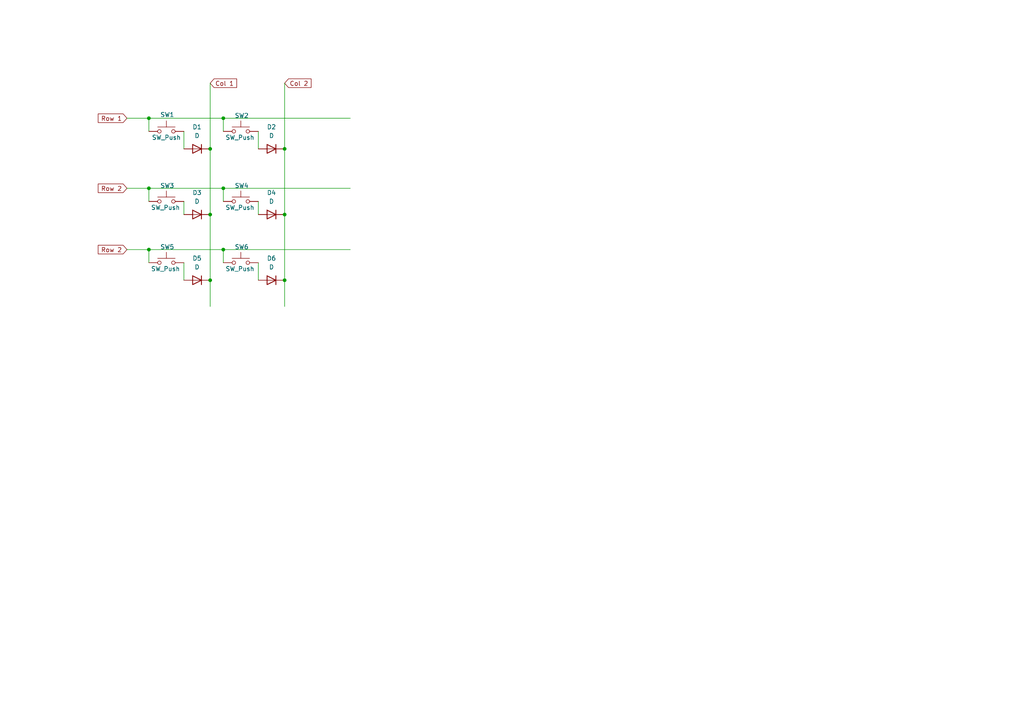
<source format=kicad_sch>
(kicad_sch (version 20250114) (generator "eeschema") (generator_version "9.0")
  (paper "A4")
  (lib_symbols
    (symbol "Device:D" (pin_numbers (hide yes)) (pin_names (offset 1.016) (hide yes))
      (property "Reference" "D" (at 0 2.54 0))
      (property "Value" "D" (at 0 -2.54 0))
      (symbol "D_0_1"
        (polyline (pts (xy -1.27 1.27) (xy -1.27 -1.27)) (stroke (width 0.254)))
        (polyline (pts (xy 1.27 1.27) (xy 1.27 -1.27) (xy -1.27 0) (xy 1.27 1.27)) (stroke (width 0.254)))
        (polyline (pts (xy 1.27 0) (xy -1.27 0)))
      )
      (symbol "D_1_1"
        (pin passive line (at -3.81 0 0) (length 2.54) (name "K") (number "1"))
        (pin passive line (at 3.81 0 180) (length 2.54) (name "A") (number "2"))
      )
    )
    (symbol "Switch:SW_Push" (pin_numbers (hide yes)) (pin_names (offset 1.016) (hide yes))
      (property "Reference" "SW" (at 1.27 2.54 0))
      (property "Value" "SW_Push" (at 0 -1.524 0))
      (symbol "SW_Push_0_1"
        (circle (center -2.032 0) (radius 0.508))
        (polyline (pts (xy 0 1.27) (xy 0 3.048)))
        (circle (center 2.032 0) (radius 0.508))
        (polyline (pts (xy 2.54 1.27) (xy -2.54 1.27)))
        (pin passive line (at -5.08 0 0) (length 2.54) (name "1") (number "1"))
        (pin passive line (at 5.08 0 180) (length 2.54) (name "2") (number "2"))
      )
    )
  )
  (junction (at 82.55 43.18))
  (junction (at 82.55 62.23))
  (junction (at 82.55 81.28))
  (junction (at 60.96 81.28))
  (junction (at 64.77 72.39))
  (junction (at 43.18 54.61))
  (junction (at 64.77 54.61))
  (junction (at 60.96 62.23))
  (junction (at 64.77 34.29))
  (junction (at 60.96 43.18))
  (junction (at 43.18 72.39))
  (junction (at 43.18 34.29))
  (wire (pts (xy 74.93 76.2) (xy 74.93 81.28)))
  (wire (pts (xy 64.77 72.39) (xy 64.77 76.2)))
  (wire (pts (xy 82.55 62.23) (xy 82.55 81.28)))
  (wire (pts (xy 60.96 43.18) (xy 60.96 62.23)))
  (wire (pts (xy 43.18 34.29) (xy 43.18 38.1)))
  (wire (pts (xy 36.83 54.61) (xy 43.18 54.61)))
  (wire (pts (xy 82.55 43.18) (xy 82.55 62.23)))
  (wire (pts (xy 43.18 54.61) (xy 64.77 54.61)))
  (wire (pts (xy 82.55 24.13) (xy 82.55 43.18)))
  (wire (pts (xy 64.77 54.61) (xy 101.6 54.61)))
  (wire (pts (xy 64.77 34.29) (xy 64.77 38.1)))
  (wire (pts (xy 74.93 38.1) (xy 74.93 43.18)))
  (wire (pts (xy 53.34 76.2) (xy 53.34 81.28)))
  (wire (pts (xy 43.18 72.39) (xy 43.18 76.2)))
  (wire (pts (xy 43.18 34.29) (xy 64.77 34.29)))
  (wire (pts (xy 82.55 81.28) (xy 82.55 88.9)))
  (wire (pts (xy 74.93 58.42) (xy 74.93 62.23)))
  (wire (pts (xy 43.18 54.61) (xy 43.18 58.42)))
  (wire (pts (xy 36.83 72.39) (xy 43.18 72.39)))
  (wire (pts (xy 64.77 54.61) (xy 64.77 58.42)))
  (wire (pts (xy 36.83 34.29) (xy 43.18 34.29)))
  (wire (pts (xy 53.34 58.42) (xy 53.34 62.23)))
  (wire (pts (xy 64.77 34.29) (xy 101.6 34.29)))
  (wire (pts (xy 53.34 38.1) (xy 53.34 43.18)))
  (wire (pts (xy 60.96 81.28) (xy 60.96 88.9)))
  (wire (pts (xy 64.77 72.39) (xy 101.6 72.39)))
  (wire (pts (xy 60.96 62.23) (xy 60.96 81.28)))
  (wire (pts (xy 43.18 72.39) (xy 64.77 72.39)))
  (wire (pts (xy 60.96 24.13) (xy 60.96 43.18)))
  (global_label "Row 2" (shape input) (at 36.83 54.61 180) (property "Intersheetrefs" "${INTERSHEET_REFS}" (effects (hide yes))))
  (global_label "Col 1" (shape input) (at 60.96 24.13 0) (property "Intersheetrefs" "${INTERSHEET_REFS}" (effects (hide yes))))
  (global_label "Row 1" (shape input) (at 36.83 34.29 180) (property "Intersheetrefs" "${INTERSHEET_REFS}" (effects (hide yes))))
  (global_label "Row 2" (shape input) (at 36.83 72.39 180) (property "Intersheetrefs" "${INTERSHEET_REFS}" (effects (hide yes))))
  (global_label "Col 2" (shape input) (at 82.55 24.13 0) (property "Intersheetrefs" "${INTERSHEET_REFS}" (effects (hide yes))))
  (symbol (lib_id "Device:D") (at 57.15 62.23 0) (mirror y) (unit 1)
    (property "Reference" "D3" (at 57.15 55.88 0))
    (property "Value" "D" (at 57.15 58.42 0))
    (property "Description" "Diode" (effects (hide yes)))
    (property "Sim.Device" "D" (effects (hide yes)))
    (property "Sim.Pins" "1=K 2=A" (effects (hide yes)))
  )
  (symbol (lib_id "Device:D") (at 78.74 43.18 0) (mirror y) (unit 1)
    (property "Reference" "D2" (at 78.74 36.83 0))
    (property "Value" "D" (at 78.74 39.37 0))
    (property "Description" "Diode" (effects (hide yes)))
    (property "Sim.Device" "D" (effects (hide yes)))
    (property "Sim.Pins" "1=K 2=A" (effects (hide yes)))
  )
  (symbol (lib_id "Switch:SW_Push") (at 69.85 76.2 0) (unit 1)
    (property "Reference" "SW6" (at 70.104 71.628 0))
    (property "Value" "SW_Push" (at 69.596 77.978 0))
    (property "Description" "Push button switch, generic, two pins" (effects (hide yes)))
  )
  (symbol (lib_id "Switch:SW_Push") (at 48.26 58.42 0) (unit 1)
    (property "Reference" "SW3" (at 48.514 53.848 0))
    (property "Value" "SW_Push" (at 48.006 60.198 0))
    (property "Description" "Push button switch, generic, two pins" (effects (hide yes)))
  )
  (symbol (lib_id "Switch:SW_Push") (at 69.85 38.1 0) (unit 1)
    (property "Reference" "SW2" (at 70.104 33.528 0))
    (property "Value" "SW_Push" (at 69.596 39.878 0))
    (property "Description" "Push button switch, generic, two pins" (effects (hide yes)))
  )
  (symbol (lib_id "Switch:SW_Push") (at 48.26 38.1 0) (unit 1)
    (property "Reference" "SW1" (at 48.514 33.274 0))
    (property "Value" "SW_Push" (at 48.26 39.878 0))
    (property "Description" "Push button switch, generic, two pins" (effects (hide yes)))
  )
  (symbol (lib_id "Device:D") (at 78.74 62.23 0) (mirror y) (unit 1)
    (property "Reference" "D4" (at 78.74 55.88 0))
    (property "Value" "D" (at 78.74 58.42 0))
    (property "Description" "Diode" (effects (hide yes)))
    (property "Sim.Device" "D" (effects (hide yes)))
    (property "Sim.Pins" "1=K 2=A" (effects (hide yes)))
  )
  (symbol (lib_id "Switch:SW_Push") (at 48.26 76.2 0) (unit 1)
    (property "Reference" "SW5" (at 48.514 71.628 0))
    (property "Value" "SW_Push" (at 48.006 77.978 0))
    (property "Description" "Push button switch, generic, two pins" (effects (hide yes)))
  )
  (symbol (lib_id "Device:D") (at 78.74 81.28 0) (mirror y) (unit 1)
    (property "Reference" "D6" (at 78.74 74.93 0))
    (property "Value" "D" (at 78.74 77.47 0))
    (property "Description" "Diode" (effects (hide yes)))
    (property "Sim.Device" "D" (effects (hide yes)))
    (property "Sim.Pins" "1=K 2=A" (effects (hide yes)))
  )
  (symbol (lib_id "Switch:SW_Push") (at 69.85 58.42 0) (unit 1)
    (property "Reference" "SW4" (at 70.104 53.848 0))
    (property "Value" "SW_Push" (at 69.596 60.198 0))
    (property "Description" "Push button switch, generic, two pins" (effects (hide yes)))
  )
  (symbol (lib_id "Device:D") (at 57.15 43.18 0) (mirror y) (unit 1)
    (property "Reference" "D1" (at 57.15 36.83 0))
    (property "Value" "D" (at 57.15 39.37 0))
    (property "Description" "Diode" (effects (hide yes)))
    (property "Sim.Device" "D" (effects (hide yes)))
    (property "Sim.Pins" "1=K 2=A" (effects (hide yes)))
  )
  (symbol (lib_id "Device:D") (at 57.15 81.28 0) (mirror y) (unit 1)
    (property "Reference" "D5" (at 57.15 74.93 0))
    (property "Value" "D" (at 57.15 77.47 0))
    (property "Description" "Diode" (effects (hide yes)))
    (property "Sim.Device" "D" (effects (hide yes)))
    (property "Sim.Pins" "1=K 2=A" (effects (hide yes)))
  )
)
</source>
